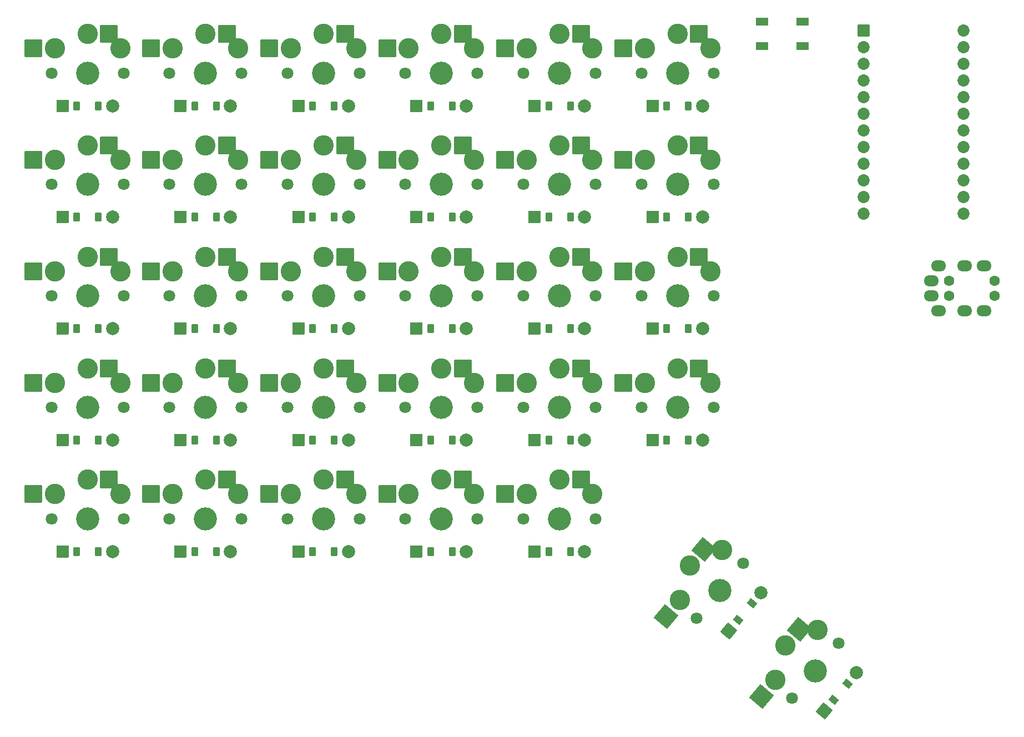
<source format=gbr>
%TF.GenerationSoftware,KiCad,Pcbnew,7.0.7-2.fc38*%
%TF.CreationDate,2023-08-26T22:09:36+08:00*%
%TF.ProjectId,split_keyboard_I,73706c69-745f-46b6-9579-626f6172645f,v1.0.0*%
%TF.SameCoordinates,Original*%
%TF.FileFunction,Soldermask,Top*%
%TF.FilePolarity,Negative*%
%FSLAX46Y46*%
G04 Gerber Fmt 4.6, Leading zero omitted, Abs format (unit mm)*
G04 Created by KiCad (PCBNEW 7.0.7-2.fc38) date 2023-08-26 22:09:36*
%MOMM*%
%LPD*%
G01*
G04 APERTURE LIST*
G04 Aperture macros list*
%AMRoundRect*
0 Rectangle with rounded corners*
0 $1 Rounding radius*
0 $2 $3 $4 $5 $6 $7 $8 $9 X,Y pos of 4 corners*
0 Add a 4 corners polygon primitive as box body*
4,1,4,$2,$3,$4,$5,$6,$7,$8,$9,$2,$3,0*
0 Add four circle primitives for the rounded corners*
1,1,$1+$1,$2,$3*
1,1,$1+$1,$4,$5*
1,1,$1+$1,$6,$7*
1,1,$1+$1,$8,$9*
0 Add four rect primitives between the rounded corners*
20,1,$1+$1,$2,$3,$4,$5,0*
20,1,$1+$1,$4,$5,$6,$7,0*
20,1,$1+$1,$6,$7,$8,$9,0*
20,1,$1+$1,$8,$9,$2,$3,0*%
G04 Aperture macros list end*
%ADD10RoundRect,0.050000X-0.900000X-0.550000X0.900000X-0.550000X0.900000X0.550000X-0.900000X0.550000X0*%
%ADD11C,1.801800*%
%ADD12C,3.100000*%
%ADD13C,3.529000*%
%ADD14RoundRect,0.050000X-1.300000X-1.300000X1.300000X-1.300000X1.300000X1.300000X-1.300000X1.300000X0*%
%ADD15RoundRect,0.050000X-0.889000X-0.889000X0.889000X-0.889000X0.889000X0.889000X-0.889000X0.889000X0*%
%ADD16RoundRect,0.050000X-0.450000X-0.600000X0.450000X-0.600000X0.450000X0.600000X-0.450000X0.600000X0*%
%ADD17C,2.005000*%
%ADD18RoundRect,0.050000X0.160234X-1.831482X1.831482X0.160234X-0.160234X1.831482X-1.831482X-0.160234X0*%
%ADD19C,1.600000*%
%ADD20O,2.300000X1.700000*%
%ADD21RoundRect,0.050000X0.109575X-1.252452X1.252452X0.109575X-0.109575X1.252452X-1.252452X-0.109575X0*%
%ADD22RoundRect,0.050000X0.170372X-0.730393X0.748881X-0.040953X-0.170372X0.730393X-0.748881X0.040953X0*%
%ADD23RoundRect,0.050000X-0.876300X0.876300X-0.876300X-0.876300X0.876300X-0.876300X0.876300X0.876300X0*%
%ADD24C,1.852600*%
G04 APERTURE END LIST*
D10*
%TO.C,B1*%
X259100000Y-77850000D03*
X252900000Y-77850000D03*
X259100000Y-74150000D03*
X252900000Y-74150000D03*
%TD*%
D11*
%TO.C,S12*%
X180500000Y-133000000D03*
D12*
X181000000Y-129250000D03*
X186000000Y-127050000D03*
X186000000Y-127050000D03*
D13*
X186000000Y-133000000D03*
D12*
X191000000Y-129250000D03*
D11*
X191500000Y-133000000D03*
D14*
X189275000Y-127050000D03*
X177725000Y-129250000D03*
%TD*%
D11*
%TO.C,S27*%
X234500000Y-116000000D03*
D12*
X235000000Y-112250000D03*
X240000000Y-110050000D03*
X240000000Y-110050000D03*
D13*
X240000000Y-116000000D03*
D12*
X245000000Y-112250000D03*
D11*
X245500000Y-116000000D03*
D14*
X243275000Y-110050000D03*
X231725000Y-112250000D03*
%TD*%
D11*
%TO.C,S15*%
X180500000Y-82000000D03*
D12*
X181000000Y-78250000D03*
X186000000Y-76050000D03*
X186000000Y-76050000D03*
D13*
X186000000Y-82000000D03*
D12*
X191000000Y-78250000D03*
D11*
X191500000Y-82000000D03*
D14*
X189275000Y-76050000D03*
X177725000Y-78250000D03*
%TD*%
D15*
%TO.C,D27*%
X236190000Y-121000000D03*
D16*
X238350000Y-121000000D03*
X241650000Y-121000000D03*
D17*
X243810000Y-121000000D03*
%TD*%
D15*
%TO.C,D2*%
X146190000Y-138000000D03*
D16*
X148350000Y-138000000D03*
X151650000Y-138000000D03*
D17*
X153810000Y-138000000D03*
%TD*%
D15*
%TO.C,D23*%
X218190000Y-121000000D03*
D16*
X220350000Y-121000000D03*
X223650000Y-121000000D03*
D17*
X225810000Y-121000000D03*
%TD*%
D15*
%TO.C,D28*%
X236190000Y-104000000D03*
D16*
X238350000Y-104000000D03*
X241650000Y-104000000D03*
D17*
X243810000Y-104000000D03*
%TD*%
D15*
%TO.C,D10*%
X164190000Y-87000000D03*
D16*
X166350000Y-87000000D03*
X169650000Y-87000000D03*
D17*
X171810000Y-87000000D03*
%TD*%
D11*
%TO.C,S18*%
X198500000Y-116000000D03*
D12*
X199000000Y-112250000D03*
X204000000Y-110050000D03*
X204000000Y-110050000D03*
D13*
X204000000Y-116000000D03*
D12*
X209000000Y-112250000D03*
D11*
X209500000Y-116000000D03*
D14*
X207275000Y-110050000D03*
X195725000Y-112250000D03*
%TD*%
D15*
%TO.C,D20*%
X200190000Y-87000000D03*
D16*
X202350000Y-87000000D03*
X205650000Y-87000000D03*
D17*
X207810000Y-87000000D03*
%TD*%
D11*
%TO.C,S6*%
X162500000Y-150000000D03*
D12*
X163000000Y-146250000D03*
X168000000Y-144050000D03*
X168000000Y-144050000D03*
D13*
X168000000Y-150000000D03*
D12*
X173000000Y-146250000D03*
D11*
X173500000Y-150000000D03*
D14*
X171275000Y-144050000D03*
X159725000Y-146250000D03*
%TD*%
D11*
%TO.C,S30*%
X242929841Y-165187714D03*
D12*
X240378568Y-162394239D03*
X241907209Y-157149884D03*
X241907209Y-157149884D03*
D13*
X246465173Y-160974470D03*
D12*
X246806444Y-154733794D03*
D11*
X250000505Y-156761226D03*
D18*
X244012338Y-154641088D03*
X238273439Y-164903034D03*
%TD*%
D11*
%TO.C,S31*%
X257484686Y-177400679D03*
D12*
X254933413Y-174607204D03*
X256462054Y-169362849D03*
X256462054Y-169362849D03*
D13*
X261020018Y-173187435D03*
D12*
X261361289Y-166946759D03*
D11*
X264555350Y-168974191D03*
D18*
X258567183Y-166854053D03*
X252828284Y-177115999D03*
%TD*%
D15*
%TO.C,D15*%
X182190000Y-87000000D03*
D16*
X184350000Y-87000000D03*
X187650000Y-87000000D03*
D17*
X189810000Y-87000000D03*
%TD*%
D15*
%TO.C,D24*%
X218190000Y-104000000D03*
D16*
X220350000Y-104000000D03*
X223650000Y-104000000D03*
D17*
X225810000Y-104000000D03*
%TD*%
D11*
%TO.C,S16*%
X198500000Y-150000000D03*
D12*
X199000000Y-146250000D03*
X204000000Y-144050000D03*
X204000000Y-144050000D03*
D13*
X204000000Y-150000000D03*
D12*
X209000000Y-146250000D03*
D11*
X209500000Y-150000000D03*
D14*
X207275000Y-144050000D03*
X195725000Y-146250000D03*
%TD*%
D15*
%TO.C,D6*%
X164190000Y-155000000D03*
D16*
X166350000Y-155000000D03*
X169650000Y-155000000D03*
D17*
X171810000Y-155000000D03*
%TD*%
D11*
%TO.C,S8*%
X162500000Y-116000000D03*
D12*
X163000000Y-112250000D03*
X168000000Y-110050000D03*
X168000000Y-110050000D03*
D13*
X168000000Y-116000000D03*
D12*
X173000000Y-112250000D03*
D11*
X173500000Y-116000000D03*
D14*
X171275000Y-110050000D03*
X159725000Y-112250000D03*
%TD*%
D19*
%TO.C,TRRS1*%
X288400000Y-113700000D03*
X281400000Y-113700000D03*
X288400000Y-116000000D03*
X281400000Y-116000000D03*
D20*
X278700000Y-113700000D03*
X278700000Y-116000000D03*
X279800000Y-111400000D03*
X279800000Y-118300000D03*
X283800000Y-111400000D03*
X283800000Y-118300000D03*
X286800000Y-111400000D03*
X286800000Y-118300000D03*
%TD*%
D11*
%TO.C,S5*%
X144500000Y-82000000D03*
D12*
X145000000Y-78250000D03*
X150000000Y-76050000D03*
X150000000Y-76050000D03*
D13*
X150000000Y-82000000D03*
D12*
X155000000Y-78250000D03*
D11*
X155500000Y-82000000D03*
D14*
X153275000Y-76050000D03*
X141725000Y-78250000D03*
%TD*%
D11*
%TO.C,S20*%
X198500000Y-82000000D03*
D12*
X199000000Y-78250000D03*
X204000000Y-76050000D03*
X204000000Y-76050000D03*
D13*
X204000000Y-82000000D03*
D12*
X209000000Y-78250000D03*
D11*
X209500000Y-82000000D03*
D14*
X207275000Y-76050000D03*
X195725000Y-78250000D03*
%TD*%
D11*
%TO.C,S25*%
X216500000Y-82000000D03*
D12*
X217000000Y-78250000D03*
X222000000Y-76050000D03*
X222000000Y-76050000D03*
D13*
X222000000Y-82000000D03*
D12*
X227000000Y-78250000D03*
D11*
X227500000Y-82000000D03*
D14*
X225275000Y-76050000D03*
X213725000Y-78250000D03*
%TD*%
D11*
%TO.C,S14*%
X180500000Y-99000000D03*
D12*
X181000000Y-95250000D03*
X186000000Y-93050000D03*
X186000000Y-93050000D03*
D13*
X186000000Y-99000000D03*
D12*
X191000000Y-95250000D03*
D11*
X191500000Y-99000000D03*
D14*
X189275000Y-93050000D03*
X177725000Y-95250000D03*
%TD*%
D11*
%TO.C,S21*%
X216500000Y-150000000D03*
D12*
X217000000Y-146250000D03*
X222000000Y-144050000D03*
X222000000Y-144050000D03*
D13*
X222000000Y-150000000D03*
D12*
X227000000Y-146250000D03*
D11*
X227500000Y-150000000D03*
D14*
X225275000Y-144050000D03*
X213725000Y-146250000D03*
%TD*%
D11*
%TO.C,S29*%
X234500000Y-82000000D03*
D12*
X235000000Y-78250000D03*
X240000000Y-76050000D03*
X240000000Y-76050000D03*
D13*
X240000000Y-82000000D03*
D12*
X245000000Y-78250000D03*
D11*
X245500000Y-82000000D03*
D14*
X243275000Y-76050000D03*
X231725000Y-78250000D03*
%TD*%
D15*
%TO.C,D7*%
X164190000Y-138000000D03*
D16*
X166350000Y-138000000D03*
X169650000Y-138000000D03*
D17*
X171810000Y-138000000D03*
%TD*%
D11*
%TO.C,S7*%
X162500000Y-133000000D03*
D12*
X163000000Y-129250000D03*
X168000000Y-127050000D03*
X168000000Y-127050000D03*
D13*
X168000000Y-133000000D03*
D12*
X173000000Y-129250000D03*
D11*
X173500000Y-133000000D03*
D14*
X171275000Y-127050000D03*
X159725000Y-129250000D03*
%TD*%
D15*
%TO.C,D11*%
X182190000Y-155000000D03*
D16*
X184350000Y-155000000D03*
X187650000Y-155000000D03*
D17*
X189810000Y-155000000D03*
%TD*%
D15*
%TO.C,D1*%
X146190000Y-155000000D03*
D16*
X148350000Y-155000000D03*
X151650000Y-155000000D03*
D17*
X153810000Y-155000000D03*
%TD*%
D11*
%TO.C,S4*%
X144500000Y-99000000D03*
D12*
X145000000Y-95250000D03*
X150000000Y-93050000D03*
X150000000Y-93050000D03*
D13*
X150000000Y-99000000D03*
D12*
X155000000Y-95250000D03*
D11*
X155500000Y-99000000D03*
D14*
X153275000Y-93050000D03*
X141725000Y-95250000D03*
%TD*%
D15*
%TO.C,D25*%
X218190000Y-87000000D03*
D16*
X220350000Y-87000000D03*
X223650000Y-87000000D03*
D17*
X225810000Y-87000000D03*
%TD*%
D21*
%TO.C,D30*%
X247846374Y-167107037D03*
D22*
X249234795Y-165452381D03*
X251355995Y-162924435D03*
D17*
X252744416Y-161269779D03*
%TD*%
D11*
%TO.C,S26*%
X234500000Y-133000000D03*
D12*
X235000000Y-129250000D03*
X240000000Y-127050000D03*
X240000000Y-127050000D03*
D13*
X240000000Y-133000000D03*
D12*
X245000000Y-129250000D03*
D11*
X245500000Y-133000000D03*
D14*
X243275000Y-127050000D03*
X231725000Y-129250000D03*
%TD*%
D15*
%TO.C,D8*%
X164190000Y-121000000D03*
D16*
X166350000Y-121000000D03*
X169650000Y-121000000D03*
D17*
X171810000Y-121000000D03*
%TD*%
D11*
%TO.C,S3*%
X144500000Y-116000000D03*
D12*
X145000000Y-112250000D03*
X150000000Y-110050000D03*
X150000000Y-110050000D03*
D13*
X150000000Y-116000000D03*
D12*
X155000000Y-112250000D03*
D11*
X155500000Y-116000000D03*
D14*
X153275000Y-110050000D03*
X141725000Y-112250000D03*
%TD*%
D11*
%TO.C,S2*%
X144500000Y-133000000D03*
D12*
X145000000Y-129250000D03*
X150000000Y-127050000D03*
X150000000Y-127050000D03*
D13*
X150000000Y-133000000D03*
D12*
X155000000Y-129250000D03*
D11*
X155500000Y-133000000D03*
D14*
X153275000Y-127050000D03*
X141725000Y-129250000D03*
%TD*%
D11*
%TO.C,S23*%
X216500000Y-116000000D03*
D12*
X217000000Y-112250000D03*
X222000000Y-110050000D03*
X222000000Y-110050000D03*
D13*
X222000000Y-116000000D03*
D12*
X227000000Y-112250000D03*
D11*
X227500000Y-116000000D03*
D14*
X225275000Y-110050000D03*
X213725000Y-112250000D03*
%TD*%
D15*
%TO.C,D3*%
X146190000Y-121000000D03*
D16*
X148350000Y-121000000D03*
X151650000Y-121000000D03*
D17*
X153810000Y-121000000D03*
%TD*%
D21*
%TO.C,D31*%
X262401219Y-179320002D03*
D22*
X263789640Y-177665346D03*
X265910840Y-175137400D03*
D17*
X267299261Y-173482744D03*
%TD*%
D15*
%TO.C,D16*%
X200190000Y-155000000D03*
D16*
X202350000Y-155000000D03*
X205650000Y-155000000D03*
D17*
X207810000Y-155000000D03*
%TD*%
D15*
%TO.C,D14*%
X182190000Y-104000000D03*
D16*
X184350000Y-104000000D03*
X187650000Y-104000000D03*
D17*
X189810000Y-104000000D03*
%TD*%
D11*
%TO.C,S1*%
X144500000Y-150000000D03*
D12*
X145000000Y-146250000D03*
X150000000Y-144050000D03*
X150000000Y-144050000D03*
D13*
X150000000Y-150000000D03*
D12*
X155000000Y-146250000D03*
D11*
X155500000Y-150000000D03*
D14*
X153275000Y-144050000D03*
X141725000Y-146250000D03*
%TD*%
D11*
%TO.C,S13*%
X180500000Y-116000000D03*
D12*
X181000000Y-112250000D03*
X186000000Y-110050000D03*
X186000000Y-110050000D03*
D13*
X186000000Y-116000000D03*
D12*
X191000000Y-112250000D03*
D11*
X191500000Y-116000000D03*
D14*
X189275000Y-110050000D03*
X177725000Y-112250000D03*
%TD*%
D11*
%TO.C,S11*%
X180500000Y-150000000D03*
D12*
X181000000Y-146250000D03*
X186000000Y-144050000D03*
X186000000Y-144050000D03*
D13*
X186000000Y-150000000D03*
D12*
X191000000Y-146250000D03*
D11*
X191500000Y-150000000D03*
D14*
X189275000Y-144050000D03*
X177725000Y-146250000D03*
%TD*%
D11*
%TO.C,S9*%
X162500000Y-99000000D03*
D12*
X163000000Y-95250000D03*
X168000000Y-93050000D03*
X168000000Y-93050000D03*
D13*
X168000000Y-99000000D03*
D12*
X173000000Y-95250000D03*
D11*
X173500000Y-99000000D03*
D14*
X171275000Y-93050000D03*
X159725000Y-95250000D03*
%TD*%
D15*
%TO.C,D29*%
X236190000Y-87000000D03*
D16*
X238350000Y-87000000D03*
X241650000Y-87000000D03*
D17*
X243810000Y-87000000D03*
%TD*%
D15*
%TO.C,D4*%
X146190000Y-104000000D03*
D16*
X148350000Y-104000000D03*
X151650000Y-104000000D03*
D17*
X153810000Y-104000000D03*
%TD*%
D15*
%TO.C,D5*%
X146190000Y-87000000D03*
D16*
X148350000Y-87000000D03*
X151650000Y-87000000D03*
D17*
X153810000Y-87000000D03*
%TD*%
D23*
%TO.C,MCU1*%
X268380000Y-75530000D03*
D24*
X268380000Y-78070000D03*
X268380000Y-80610000D03*
X268380000Y-83150000D03*
X268380000Y-85690000D03*
X268380000Y-88230000D03*
X268380000Y-90770000D03*
X268380000Y-93310000D03*
X268380000Y-95850000D03*
X268380000Y-98390000D03*
X268380000Y-100930000D03*
X268380000Y-103470000D03*
X283620000Y-75530000D03*
X283620000Y-78070000D03*
X283620000Y-80610000D03*
X283620000Y-83150000D03*
X283620000Y-85690000D03*
X283620000Y-88230000D03*
X283620000Y-90770000D03*
X283620000Y-93310000D03*
X283620000Y-95850000D03*
X283620000Y-98390000D03*
X283620000Y-100930000D03*
X283620000Y-103470000D03*
%TD*%
D11*
%TO.C,S10*%
X162500000Y-82000000D03*
D12*
X163000000Y-78250000D03*
X168000000Y-76050000D03*
X168000000Y-76050000D03*
D13*
X168000000Y-82000000D03*
D12*
X173000000Y-78250000D03*
D11*
X173500000Y-82000000D03*
D14*
X171275000Y-76050000D03*
X159725000Y-78250000D03*
%TD*%
D11*
%TO.C,S19*%
X198500000Y-99000000D03*
D12*
X199000000Y-95250000D03*
X204000000Y-93050000D03*
X204000000Y-93050000D03*
D13*
X204000000Y-99000000D03*
D12*
X209000000Y-95250000D03*
D11*
X209500000Y-99000000D03*
D14*
X207275000Y-93050000D03*
X195725000Y-95250000D03*
%TD*%
D11*
%TO.C,S22*%
X216500000Y-133000000D03*
D12*
X217000000Y-129250000D03*
X222000000Y-127050000D03*
X222000000Y-127050000D03*
D13*
X222000000Y-133000000D03*
D12*
X227000000Y-129250000D03*
D11*
X227500000Y-133000000D03*
D14*
X225275000Y-127050000D03*
X213725000Y-129250000D03*
%TD*%
D15*
%TO.C,D9*%
X164190000Y-104000000D03*
D16*
X166350000Y-104000000D03*
X169650000Y-104000000D03*
D17*
X171810000Y-104000000D03*
%TD*%
D11*
%TO.C,S17*%
X198500000Y-133000000D03*
D12*
X199000000Y-129250000D03*
X204000000Y-127050000D03*
X204000000Y-127050000D03*
D13*
X204000000Y-133000000D03*
D12*
X209000000Y-129250000D03*
D11*
X209500000Y-133000000D03*
D14*
X207275000Y-127050000D03*
X195725000Y-129250000D03*
%TD*%
D15*
%TO.C,D19*%
X200190000Y-104000000D03*
D16*
X202350000Y-104000000D03*
X205650000Y-104000000D03*
D17*
X207810000Y-104000000D03*
%TD*%
D15*
%TO.C,D17*%
X200190000Y-138000000D03*
D16*
X202350000Y-138000000D03*
X205650000Y-138000000D03*
D17*
X207810000Y-138000000D03*
%TD*%
D15*
%TO.C,D21*%
X218190000Y-155000000D03*
D16*
X220350000Y-155000000D03*
X223650000Y-155000000D03*
D17*
X225810000Y-155000000D03*
%TD*%
D11*
%TO.C,S28*%
X234500000Y-99000000D03*
D12*
X235000000Y-95250000D03*
X240000000Y-93050000D03*
X240000000Y-93050000D03*
D13*
X240000000Y-99000000D03*
D12*
X245000000Y-95250000D03*
D11*
X245500000Y-99000000D03*
D14*
X243275000Y-93050000D03*
X231725000Y-95250000D03*
%TD*%
D15*
%TO.C,D22*%
X218190000Y-138000000D03*
D16*
X220350000Y-138000000D03*
X223650000Y-138000000D03*
D17*
X225810000Y-138000000D03*
%TD*%
D11*
%TO.C,S24*%
X216500000Y-99000000D03*
D12*
X217000000Y-95250000D03*
X222000000Y-93050000D03*
X222000000Y-93050000D03*
D13*
X222000000Y-99000000D03*
D12*
X227000000Y-95250000D03*
D11*
X227500000Y-99000000D03*
D14*
X225275000Y-93050000D03*
X213725000Y-95250000D03*
%TD*%
D15*
%TO.C,D13*%
X182190000Y-121000000D03*
D16*
X184350000Y-121000000D03*
X187650000Y-121000000D03*
D17*
X189810000Y-121000000D03*
%TD*%
D15*
%TO.C,D26*%
X236190000Y-138000000D03*
D16*
X238350000Y-138000000D03*
X241650000Y-138000000D03*
D17*
X243810000Y-138000000D03*
%TD*%
D15*
%TO.C,D12*%
X182190000Y-138000000D03*
D16*
X184350000Y-138000000D03*
X187650000Y-138000000D03*
D17*
X189810000Y-138000000D03*
%TD*%
D15*
%TO.C,D18*%
X200190000Y-121000000D03*
D16*
X202350000Y-121000000D03*
X205650000Y-121000000D03*
D17*
X207810000Y-121000000D03*
%TD*%
M02*

</source>
